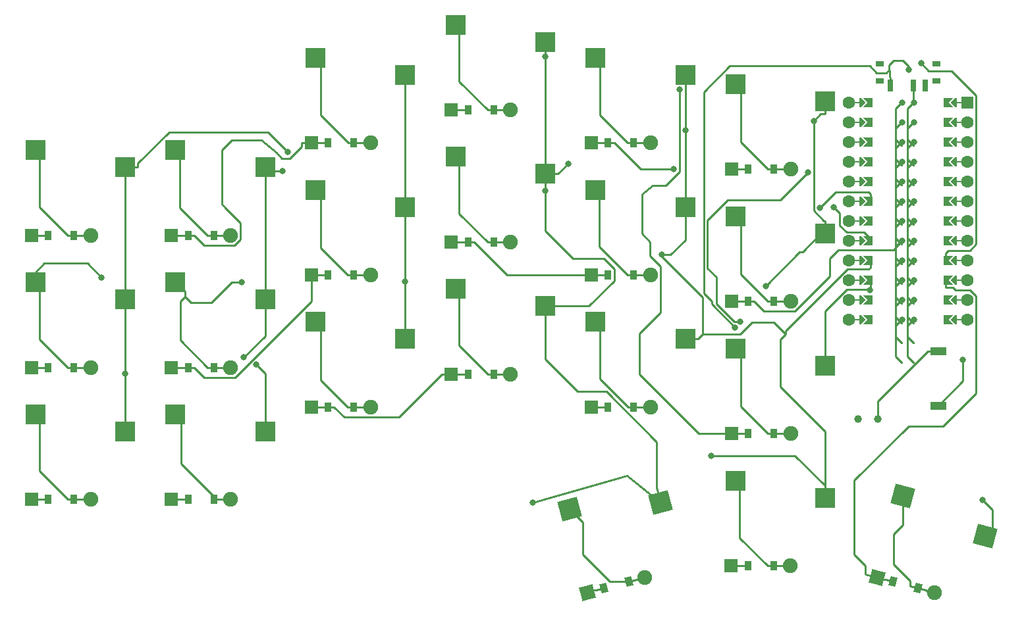
<source format=gbr>
%TF.GenerationSoftware,KiCad,Pcbnew,(6.0.4)*%
%TF.CreationDate,2022-07-03T12:25:36-07:00*%
%TF.ProjectId,danns87_corne_custom,64616e6e-7338-4375-9f63-6f726e655f63,v1.0.0*%
%TF.SameCoordinates,Original*%
%TF.FileFunction,Copper,L2,Bot*%
%TF.FilePolarity,Positive*%
%FSLAX46Y46*%
G04 Gerber Fmt 4.6, Leading zero omitted, Abs format (unit mm)*
G04 Created by KiCad (PCBNEW (6.0.4)) date 2022-07-03 12:25:36*
%MOMM*%
%LPD*%
G01*
G04 APERTURE LIST*
G04 Aperture macros list*
%AMRotRect*
0 Rectangle, with rotation*
0 The origin of the aperture is its center*
0 $1 length*
0 $2 width*
0 $3 Rotation angle, in degrees counterclockwise*
0 Add horizontal line*
21,1,$1,$2,0,0,$3*%
%AMFreePoly0*
4,1,5,0.125000,-0.500000,-0.125000,-0.500000,-0.125000,0.500000,0.125000,0.500000,0.125000,-0.500000,0.125000,-0.500000,$1*%
%AMFreePoly1*
4,1,6,0.600000,0.200000,0.000000,-0.400000,-0.600000,0.200000,-0.600000,0.400000,0.600000,0.400000,0.600000,0.200000,0.600000,0.200000,$1*%
%AMFreePoly2*
4,1,49,0.004773,0.123721,0.009154,0.124665,0.028961,0.117240,0.062500,0.108253,0.068237,0.102516,0.075053,0.099961,0.087617,0.083136,0.108253,0.062500,0.111178,0.051584,0.117161,0.043572,0.118539,0.024114,0.125000,0.000000,0.121239,-0.014035,0.122131,-0.026629,0.113759,-0.041951,0.108253,-0.062500,0.095644,-0.075109,0.088389,-0.088388,-0.641000,-0.817776,-0.641000,-4.770224,
0.088389,-5.499612,0.109852,-5.528356,0.124665,-5.597154,0.099961,-5.663053,0.043572,-5.705161,-0.026629,-5.710131,-0.088388,-5.676389,-0.854388,-4.910388,-0.867707,-4.892552,-0.871189,-4.889530,-0.871982,-4.886826,-0.875852,-4.881644,-0.882331,-4.851549,-0.891000,-4.822000,-0.891000,-0.766000,-0.887805,-0.743969,-0.888131,-0.739371,-0.886780,-0.736898,-0.885852,-0.730498,-0.869151,-0.704632,
-0.854388,-0.677612,-0.088388,0.088389,-0.064606,0.106147,-0.062500,0.108253,-0.061385,0.108552,-0.059644,0.109852,-0.043806,0.113262,0.000000,0.125000,0.004773,0.123721,0.004773,0.123721,$1*%
%AMFreePoly3*
4,1,6,0.600000,-0.250000,-0.600000,-0.250000,-0.600000,1.000000,0.000000,0.400000,0.600000,1.000000,0.600000,-0.250000,0.600000,-0.250000,$1*%
G04 Aperture macros list end*
%TA.AperFunction,ComponentPad*%
%ADD10C,1.000000*%
%TD*%
%TA.AperFunction,ComponentPad*%
%ADD11C,1.905000*%
%TD*%
%TA.AperFunction,SMDPad,CuDef*%
%ADD12R,0.900000X1.200000*%
%TD*%
%TA.AperFunction,ComponentPad*%
%ADD13R,1.778000X1.778000*%
%TD*%
%TA.AperFunction,SMDPad,CuDef*%
%ADD14R,2.600000X2.600000*%
%TD*%
%TA.AperFunction,SMDPad,CuDef*%
%ADD15R,2.000000X1.000000*%
%TD*%
%TA.AperFunction,SMDPad,CuDef*%
%ADD16FreePoly0,270.000000*%
%TD*%
%TA.AperFunction,SMDPad,CuDef*%
%ADD17FreePoly1,90.000000*%
%TD*%
%TA.AperFunction,ComponentPad*%
%ADD18R,1.600000X1.600000*%
%TD*%
%TA.AperFunction,SMDPad,CuDef*%
%ADD19FreePoly1,270.000000*%
%TD*%
%TA.AperFunction,ComponentPad*%
%ADD20C,1.600000*%
%TD*%
%TA.AperFunction,SMDPad,CuDef*%
%ADD21FreePoly0,90.000000*%
%TD*%
%TA.AperFunction,SMDPad,CuDef*%
%ADD22FreePoly2,270.000000*%
%TD*%
%TA.AperFunction,ComponentPad*%
%ADD23C,0.800000*%
%TD*%
%TA.AperFunction,SMDPad,CuDef*%
%ADD24FreePoly3,90.000000*%
%TD*%
%TA.AperFunction,SMDPad,CuDef*%
%ADD25FreePoly3,270.000000*%
%TD*%
%TA.AperFunction,SMDPad,CuDef*%
%ADD26FreePoly2,90.000000*%
%TD*%
%TA.AperFunction,SMDPad,CuDef*%
%ADD27R,1.000000X0.800000*%
%TD*%
%TA.AperFunction,SMDPad,CuDef*%
%ADD28R,0.700000X1.500000*%
%TD*%
%TA.AperFunction,SMDPad,CuDef*%
%ADD29RotRect,0.900000X1.200000X345.000000*%
%TD*%
%TA.AperFunction,ComponentPad*%
%ADD30RotRect,1.778000X1.778000X345.000000*%
%TD*%
%TA.AperFunction,SMDPad,CuDef*%
%ADD31RotRect,0.900000X1.200000X15.000000*%
%TD*%
%TA.AperFunction,ComponentPad*%
%ADD32RotRect,1.778000X1.778000X15.000000*%
%TD*%
%TA.AperFunction,SMDPad,CuDef*%
%ADD33RotRect,2.600000X2.600000X345.000000*%
%TD*%
%TA.AperFunction,SMDPad,CuDef*%
%ADD34RotRect,2.600000X2.600000X15.000000*%
%TD*%
%TA.AperFunction,ViaPad*%
%ADD35C,0.800000*%
%TD*%
%TA.AperFunction,Conductor*%
%ADD36C,0.250000*%
%TD*%
G04 APERTURE END LIST*
D10*
%TO.P,PAD1,1*%
%TO.N,pos*%
X120505000Y5400000D03*
%TO.P,PAD1,2*%
%TO.N,GND*%
X123045000Y5400000D03*
%TD*%
D11*
%TO.P,D10,1*%
%TO.N,middle_bottom*%
X75810000Y11150000D03*
D12*
%TO.N,P6*%
X70350000Y11150000D03*
D13*
%TO.P,D10,2*%
X68190000Y11150000D03*
D12*
%TO.N,middle_bottom*%
X73650000Y11150000D03*
%TD*%
%TO.P,D9,1*%
%TO.N,P4*%
X52350000Y40900000D03*
D11*
%TO.N,ring_top*%
X57810000Y40900000D03*
D13*
%TO.P,D9,2*%
%TO.N,P4*%
X50190000Y40900000D03*
D12*
%TO.N,ring_top*%
X55650000Y40900000D03*
%TD*%
D11*
%TO.P,D7,1*%
%TO.N,ring_bottom*%
X57810000Y6900000D03*
D12*
%TO.N,P6*%
X52350000Y6900000D03*
%TO.P,D7,2*%
%TO.N,ring_bottom*%
X55650000Y6900000D03*
D13*
%TO.N,P6*%
X50190000Y6900000D03*
%TD*%
D12*
%TO.P,D2,1*%
%TO.N,P5*%
X16350000Y12000000D03*
D11*
%TO.N,outer_home*%
X21810000Y12000000D03*
D12*
%TO.P,D2,2*%
X19650000Y12000000D03*
D13*
%TO.N,P5*%
X14190000Y12000000D03*
%TD*%
D12*
%TO.P,D16,1*%
%TO.N,P6*%
X106350000Y3500000D03*
D11*
%TO.N,inner_bottom*%
X111810000Y3500000D03*
D13*
%TO.P,D16,2*%
%TO.N,P6*%
X104190000Y3500000D03*
D12*
%TO.N,inner_bottom*%
X109650000Y3500000D03*
%TD*%
D14*
%TO.P,S2,1*%
%TO.N,outer_home*%
X14725000Y22950000D03*
%TO.P,S2,2*%
%TO.N,P21*%
X26275000Y20750000D03*
%TD*%
D12*
%TO.P,D1,1*%
%TO.N,P6*%
X16350000Y-5000000D03*
D11*
%TO.N,outer_bottom*%
X21810000Y-5000000D03*
D12*
%TO.P,D1,2*%
X19650000Y-5000000D03*
D13*
%TO.N,P6*%
X14190000Y-5000000D03*
%TD*%
D12*
%TO.P,D6,1*%
%TO.N,P4*%
X34350000Y29000000D03*
D11*
%TO.N,pinky_top*%
X39810000Y29000000D03*
D13*
%TO.P,D6,2*%
%TO.N,P4*%
X32190000Y29000000D03*
D12*
%TO.N,pinky_top*%
X37650000Y29000000D03*
%TD*%
D15*
%TO.P,S22,1*%
%TO.N,RST*%
X130810000Y7075000D03*
%TO.P,S22,2*%
%TO.N,GND*%
X130810000Y14075000D03*
%TD*%
D11*
%TO.P,D13,1*%
%TO.N,index_bottom*%
X93810000Y6900000D03*
D12*
%TO.N,P6*%
X88350000Y6900000D03*
D13*
%TO.P,D13,2*%
X86190000Y6900000D03*
D12*
%TO.N,index_bottom*%
X91650000Y6900000D03*
%TD*%
D11*
%TO.P,D4,1*%
%TO.N,pinky_bottom*%
X39810000Y-5000000D03*
D12*
%TO.N,P6*%
X34350000Y-5000000D03*
%TO.P,D4,2*%
%TO.N,pinky_bottom*%
X37650000Y-5000000D03*
D13*
%TO.N,P6*%
X32190000Y-5000000D03*
%TD*%
D16*
%TO.P,MCU1,*%
%TO.N,*%
X133240000Y35910000D03*
X133240000Y43530000D03*
D17*
X121048000Y33370000D03*
D18*
X134510000Y46070000D03*
D19*
X132732000Y30830000D03*
D17*
X121048000Y20670000D03*
X121048000Y25750000D03*
D20*
X119270000Y43530000D03*
X119270000Y33370000D03*
D19*
X132732000Y25750000D03*
D20*
X119270000Y23210000D03*
D21*
X120540000Y23210000D03*
D20*
X134510000Y25750000D03*
D19*
X132732000Y20670000D03*
X132732000Y40990000D03*
D21*
X120540000Y43530000D03*
D20*
X119270000Y25750000D03*
X134510000Y20670000D03*
D21*
X120540000Y46070000D03*
X120540000Y33370000D03*
D17*
X121048000Y43530000D03*
D21*
X120540000Y40990000D03*
D17*
X121048000Y35910000D03*
D20*
X134510000Y28290000D03*
D17*
X121048000Y30830000D03*
D16*
X133240000Y40990000D03*
D20*
X134510000Y18130000D03*
X134510000Y40990000D03*
D21*
X120540000Y20670000D03*
D16*
X133240000Y38450000D03*
D20*
X119270000Y20670000D03*
X134510000Y33370000D03*
D17*
X121048000Y40990000D03*
D21*
X120540000Y28290000D03*
D20*
X119270000Y35910000D03*
D16*
X133240000Y46070000D03*
D20*
X134510000Y23210000D03*
D19*
X132732000Y35910000D03*
X132732000Y46070000D03*
D16*
X133240000Y28290000D03*
D21*
X120540000Y18130000D03*
D20*
X134510000Y30830000D03*
D17*
X121048000Y46070000D03*
D19*
X132732000Y23210000D03*
D20*
X134510000Y46070000D03*
D21*
X120540000Y38450000D03*
D20*
X134510000Y43530000D03*
X119270000Y46070000D03*
D21*
X120540000Y25750000D03*
D17*
X121048000Y23210000D03*
D16*
X133240000Y23210000D03*
D20*
X119270000Y40990000D03*
D17*
X121048000Y28290000D03*
D21*
X120540000Y30830000D03*
D20*
X119270000Y18130000D03*
D17*
X121048000Y18130000D03*
D19*
X132732000Y43530000D03*
D16*
X133240000Y18130000D03*
D21*
X120540000Y35910000D03*
D20*
X134510000Y35910000D03*
D19*
X132732000Y28290000D03*
D20*
X119270000Y28290000D03*
D19*
X132732000Y38450000D03*
D16*
X133240000Y25750000D03*
X133240000Y20670000D03*
D20*
X119270000Y38450000D03*
D19*
X132732000Y33370000D03*
D17*
X121048000Y38450000D03*
D16*
X133240000Y30830000D03*
D20*
X134510000Y38450000D03*
X119270000Y30830000D03*
D16*
X133240000Y33370000D03*
D19*
X132732000Y18130000D03*
D22*
%TO.P,MCU1,1*%
%TO.N,RAW*%
X127652000Y46070000D03*
D23*
X127652000Y46070000D03*
D24*
X122064000Y46070000D03*
D23*
%TO.P,MCU1,2*%
%TO.N,GND*%
X127652000Y43530000D03*
D22*
X127652000Y43530000D03*
D24*
%TO.N,N/C*%
X122064000Y43530000D03*
D22*
%TO.P,MCU1,3*%
%TO.N,RST*%
X127652000Y40990000D03*
D23*
X127652000Y40990000D03*
D24*
X122064000Y40990000D03*
D22*
%TO.P,MCU1,4*%
%TO.N,VCC*%
X127652000Y38450000D03*
D24*
X122064000Y38450000D03*
D23*
X127652000Y38450000D03*
%TO.P,MCU1,5*%
%TO.N,P21*%
X127652000Y35910000D03*
D22*
X127652000Y35910000D03*
D24*
X122064000Y35910000D03*
D23*
%TO.P,MCU1,6*%
%TO.N,P20*%
X127652000Y33370000D03*
D22*
X127652000Y33370000D03*
D24*
X122064000Y33370000D03*
D22*
%TO.P,MCU1,7*%
%TO.N,P19*%
X127652000Y30830000D03*
D24*
X122064000Y30830000D03*
D23*
X127652000Y30830000D03*
%TO.P,MCU1,8*%
%TO.N,P18*%
X127652000Y28290000D03*
D24*
X122064000Y28290000D03*
D22*
X127652000Y28290000D03*
%TO.P,MCU1,9*%
%TO.N,P15*%
X127652000Y25750000D03*
D24*
X122064000Y25750000D03*
D23*
X127652000Y25750000D03*
D24*
%TO.P,MCU1,10*%
%TO.N,P14*%
X122064000Y23210000D03*
D23*
X127652000Y23210000D03*
D22*
X127652000Y23210000D03*
%TO.P,MCU1,11*%
%TO.N,P16*%
X127652000Y20670000D03*
D23*
X127652000Y20670000D03*
D24*
X122064000Y20670000D03*
D22*
%TO.P,MCU1,12*%
%TO.N,P10*%
X127652000Y18130000D03*
D23*
X127652000Y18130000D03*
D24*
X122064000Y18130000D03*
D23*
%TO.P,MCU1,13*%
%TO.N,P9*%
X126128000Y18130000D03*
D25*
X131716000Y18130000D03*
D26*
X126128000Y18130000D03*
D25*
%TO.P,MCU1,14*%
%TO.N,P8*%
X131716000Y20670000D03*
D23*
X126128000Y20670000D03*
D26*
X126128000Y20670000D03*
D23*
%TO.P,MCU1,15*%
%TO.N,P7*%
X126128000Y23210000D03*
D26*
X126128000Y23210000D03*
D25*
X131716000Y23210000D03*
%TO.P,MCU1,16*%
%TO.N,P6*%
X131716000Y25750000D03*
D26*
X126128000Y25750000D03*
D23*
X126128000Y25750000D03*
D25*
%TO.P,MCU1,17*%
%TO.N,P5*%
X131716000Y28290000D03*
D26*
X126128000Y28290000D03*
D23*
X126128000Y28290000D03*
D26*
%TO.P,MCU1,18*%
%TO.N,P4*%
X126128000Y30830000D03*
D23*
X126128000Y30830000D03*
D25*
X131716000Y30830000D03*
%TO.P,MCU1,19*%
%TO.N,P3*%
X131716000Y33370000D03*
D23*
X126128000Y33370000D03*
D26*
X126128000Y33370000D03*
D23*
%TO.P,MCU1,20*%
%TO.N,P2*%
X126128000Y35910000D03*
D25*
X131716000Y35910000D03*
D26*
X126128000Y35910000D03*
D23*
%TO.P,MCU1,21*%
%TO.N,GND*%
X126128000Y38450000D03*
D25*
X131716000Y38450000D03*
D26*
X126128000Y38450000D03*
%TO.P,MCU1,22*%
X126128000Y40990000D03*
D23*
X126128000Y40990000D03*
D25*
X131716000Y40990000D03*
D23*
%TO.P,MCU1,23*%
%TO.N,P0*%
X126128000Y43530000D03*
D25*
X131716000Y43530000D03*
D26*
X126128000Y43530000D03*
%TO.P,MCU1,24*%
%TO.N,P1*%
X126128000Y46070000D03*
D25*
X131716000Y46070000D03*
D23*
X126128000Y46070000D03*
%TD*%
D14*
%TO.P,S1,1*%
%TO.N,outer_bottom*%
X14725000Y5950000D03*
%TO.P,S1,2*%
%TO.N,P21*%
X26275000Y3750000D03*
%TD*%
%TO.P,S5,1*%
%TO.N,pinky_home*%
X32725000Y22950000D03*
%TO.P,S5,2*%
%TO.N,P20*%
X44275000Y20750000D03*
%TD*%
%TO.P,S15,1*%
%TO.N,index_top*%
X86725000Y51850000D03*
%TO.P,S15,2*%
%TO.N,P15*%
X98275000Y49650000D03*
%TD*%
D12*
%TO.P,D14,1*%
%TO.N,P5*%
X88350000Y23900000D03*
D11*
%TO.N,index_home*%
X93810000Y23900000D03*
D12*
%TO.P,D14,2*%
X91650000Y23900000D03*
D13*
%TO.N,P5*%
X86190000Y23900000D03*
%TD*%
D14*
%TO.P,S6,1*%
%TO.N,pinky_top*%
X32725000Y39950000D03*
%TO.P,S6,2*%
%TO.N,P20*%
X44275000Y37750000D03*
%TD*%
%TO.P,S9,1*%
%TO.N,ring_top*%
X50725000Y51850000D03*
%TO.P,S9,2*%
%TO.N,P19*%
X62275000Y49650000D03*
%TD*%
%TO.P,S8,1*%
%TO.N,ring_home*%
X50725000Y34850000D03*
%TO.P,S8,2*%
%TO.N,P19*%
X62275000Y32650000D03*
%TD*%
D12*
%TO.P,D18,1*%
%TO.N,P4*%
X106350000Y37500000D03*
D11*
%TO.N,inner_top*%
X111810000Y37500000D03*
D12*
%TO.P,D18,2*%
X109650000Y37500000D03*
D13*
%TO.N,P4*%
X104190000Y37500000D03*
%TD*%
D14*
%TO.P,S4,1*%
%TO.N,pinky_bottom*%
X32725000Y5950000D03*
%TO.P,S4,2*%
%TO.N,P20*%
X44275000Y3750000D03*
%TD*%
D12*
%TO.P,D8,1*%
%TO.N,P5*%
X52350000Y23900000D03*
D11*
%TO.N,ring_home*%
X57810000Y23900000D03*
D12*
%TO.P,D8,2*%
X55650000Y23900000D03*
D13*
%TO.N,P5*%
X50190000Y23900000D03*
%TD*%
D14*
%TO.P,S18,1*%
%TO.N,inner_top*%
X104725000Y48450000D03*
%TO.P,S18,2*%
%TO.N,P14*%
X116275000Y46250000D03*
%TD*%
%TO.P,S13,1*%
%TO.N,index_bottom*%
X86725000Y17850000D03*
%TO.P,S13,2*%
%TO.N,P15*%
X98275000Y15650000D03*
%TD*%
D12*
%TO.P,D11,1*%
%TO.N,P5*%
X70350000Y28150000D03*
D11*
%TO.N,middle_home*%
X75810000Y28150000D03*
D12*
%TO.P,D11,2*%
X73650000Y28150000D03*
D13*
%TO.N,P5*%
X68190000Y28150000D03*
%TD*%
D14*
%TO.P,S12,1*%
%TO.N,middle_top*%
X68725000Y56100000D03*
%TO.P,S12,2*%
%TO.N,P18*%
X80275000Y53900000D03*
%TD*%
D11*
%TO.P,D3,1*%
%TO.N,outer_top*%
X21810000Y29000000D03*
D12*
%TO.N,P4*%
X16350000Y29000000D03*
D13*
%TO.P,D3,2*%
X14190000Y29000000D03*
D12*
%TO.N,outer_top*%
X19650000Y29000000D03*
%TD*%
D11*
%TO.P,D5,1*%
%TO.N,pinky_home*%
X39810000Y12000000D03*
D12*
%TO.N,P5*%
X34350000Y12000000D03*
D13*
%TO.P,D5,2*%
X32190000Y12000000D03*
D12*
%TO.N,pinky_home*%
X37650000Y12000000D03*
%TD*%
D27*
%TO.P,T1,*%
%TO.N,*%
X123240000Y48895000D03*
X123240000Y51105000D03*
X130540000Y51105000D03*
X130540000Y48895000D03*
D28*
%TO.P,T1,1*%
%TO.N,pos*%
X124640000Y48245000D03*
%TO.P,T1,2*%
%TO.N,RAW*%
X127640000Y48245000D03*
%TO.P,T1,3*%
%TO.N,N/C*%
X129140000Y48245000D03*
%TD*%
D14*
%TO.P,S11,1*%
%TO.N,middle_home*%
X68725000Y39100000D03*
%TO.P,S11,2*%
%TO.N,P18*%
X80275000Y36900000D03*
%TD*%
%TO.P,S10,1*%
%TO.N,middle_bottom*%
X68725000Y22100000D03*
%TO.P,S10,2*%
%TO.N,P18*%
X80275000Y19900000D03*
%TD*%
D11*
%TO.P,D17,1*%
%TO.N,inner_home*%
X111810000Y20500000D03*
D12*
%TO.N,P5*%
X106350000Y20500000D03*
D13*
%TO.P,D17,2*%
X104190000Y20500000D03*
D12*
%TO.N,inner_home*%
X109650000Y20500000D03*
%TD*%
D11*
%TO.P,D20,1*%
%TO.N,home_thumb*%
X111796700Y-13541300D03*
D12*
%TO.N,P7*%
X106336700Y-13541300D03*
D13*
%TO.P,D20,2*%
X104176700Y-13541300D03*
D12*
%TO.N,home_thumb*%
X109636700Y-13541300D03*
%TD*%
D29*
%TO.P,D21,1*%
%TO.N,P7*%
X124992122Y-15562849D03*
D11*
%TO.N,far_thumb*%
X130266077Y-16976001D03*
D30*
%TO.P,D21,2*%
%TO.N,P7*%
X122905723Y-15003799D03*
D29*
%TO.N,far_thumb*%
X128179678Y-16416951D03*
%TD*%
D14*
%TO.P,S7,1*%
%TO.N,ring_bottom*%
X50725000Y17850000D03*
%TO.P,S7,2*%
%TO.N,P19*%
X62275000Y15650000D03*
%TD*%
%TO.P,S17,1*%
%TO.N,inner_home*%
X104725000Y31450000D03*
%TO.P,S17,2*%
%TO.N,P14*%
X116275000Y29250000D03*
%TD*%
D11*
%TO.P,D12,1*%
%TO.N,middle_top*%
X75810000Y45150000D03*
D12*
%TO.N,P4*%
X70350000Y45150000D03*
%TO.P,D12,2*%
%TO.N,middle_top*%
X73650000Y45150000D03*
D13*
%TO.N,P4*%
X68190000Y45150000D03*
%TD*%
D12*
%TO.P,D15,1*%
%TO.N,P4*%
X88350000Y40900000D03*
D11*
%TO.N,index_top*%
X93810000Y40900000D03*
D13*
%TO.P,D15,2*%
%TO.N,P4*%
X86190000Y40900000D03*
D12*
%TO.N,index_top*%
X91650000Y40900000D03*
%TD*%
D14*
%TO.P,S20,1*%
%TO.N,home_thumb*%
X104711700Y-2591300D03*
%TO.P,S20,2*%
%TO.N,P15*%
X116261700Y-4791300D03*
%TD*%
D11*
%TO.P,D19,1*%
%TO.N,near_thumb*%
X93067677Y-15003799D03*
D31*
%TO.N,P7*%
X87793722Y-16416951D03*
D32*
%TO.P,D19,2*%
X85707323Y-16976001D03*
D31*
%TO.N,near_thumb*%
X90981278Y-15562849D03*
%TD*%
D33*
%TO.P,S21,1*%
%TO.N,far_thumb*%
X126256566Y-4565409D03*
%TO.P,S21,2*%
%TO.N,P14*%
X136843608Y-9679806D03*
%TD*%
D14*
%TO.P,S3,1*%
%TO.N,outer_top*%
X14725000Y39950000D03*
%TO.P,S3,2*%
%TO.N,P21*%
X26275000Y37750000D03*
%TD*%
D34*
%TO.P,S19,1*%
%TO.N,near_thumb*%
X83390020Y-6260674D03*
%TO.P,S19,2*%
%TO.N,P18*%
X95115865Y-5396351D03*
%TD*%
D14*
%TO.P,S14,1*%
%TO.N,index_home*%
X86725000Y34850000D03*
%TO.P,S14,2*%
%TO.N,P15*%
X98275000Y32650000D03*
%TD*%
%TO.P,S16,1*%
%TO.N,inner_bottom*%
X104725000Y14450000D03*
%TO.P,S16,2*%
%TO.N,P14*%
X116275000Y12250000D03*
%TD*%
D35*
%TO.N,P21*%
X47159000Y39694100D03*
X26275000Y11196900D03*
%TO.N,P6*%
X97523800Y47736600D03*
X128600600Y51172500D03*
%TO.N,outer_home*%
X23214500Y23577000D03*
%TO.N,P4*%
X96803500Y37500000D03*
%TO.N,P20*%
X46458800Y37288200D03*
X43095300Y12376600D03*
X115536700Y32520900D03*
X41526300Y13282000D03*
%TO.N,pinky_home*%
X41213800Y22950000D03*
%TO.N,P19*%
X62275000Y23052000D03*
%TO.N,P18*%
X80275000Y51993000D03*
X78648278Y-5372650D03*
X83203500Y38224400D03*
X117379700Y32605200D03*
X80275000Y34775000D03*
%TO.N,P15*%
X95250000Y26518900D03*
X98275000Y42527300D03*
X101600000Y635000D03*
%TO.N,P14*%
X108591300Y22497200D03*
X121975600Y21940000D03*
X136525000Y-5080000D03*
X114783300Y43731400D03*
%TO.N,GND*%
X114053800Y37109400D03*
X105369700Y17873400D03*
%TO.N,RST*%
X133985000Y12966400D03*
%TO.N,pos*%
X104665100Y17148100D03*
X127000000Y50299900D03*
%TD*%
D36*
%TO.N,outer_bottom*%
X15240000Y-1365300D02*
X15240000Y5435000D01*
X21810000Y-5000000D02*
X19650000Y-5000000D01*
X18874700Y-5000000D02*
X15240000Y-1365300D01*
X15240000Y5435000D02*
X14725000Y5950000D01*
X19650000Y-5000000D02*
X18874700Y-5000000D01*
%TO.N,P21*%
X26275000Y37750000D02*
X27900300Y37750000D01*
X31894701Y42252301D02*
X44600799Y42252301D01*
X26275000Y11196900D02*
X26275000Y3750000D01*
X44600799Y42252301D02*
X47159000Y39694100D01*
X26275000Y37750000D02*
X26275000Y20750000D01*
X26275000Y20750000D02*
X26275000Y11196900D01*
X27900300Y37750000D02*
X27900300Y38257900D01*
X27900300Y38257900D02*
X31894701Y42252301D01*
%TO.N,P6*%
X94097000Y35443000D02*
X95785000Y35443000D01*
X104190000Y3500000D02*
X100005000Y3500000D01*
X52350000Y6900000D02*
X50190000Y6900000D01*
X52350000Y6900000D02*
X53125300Y6900000D01*
X88350000Y6900000D02*
X86190000Y6900000D01*
X129582800Y50190300D02*
X132514600Y50190300D01*
X68190000Y11150000D02*
X66975700Y11150000D01*
X70350000Y11150000D02*
X68190000Y11150000D01*
X135673100Y27850200D02*
X134896500Y27073600D01*
X132114300Y27073600D02*
X131716000Y26675300D01*
X97529900Y37187900D02*
X97529900Y47730500D01*
X61434800Y5609100D02*
X54416200Y5609100D01*
X95112000Y19092700D02*
X95112000Y24971750D01*
X132514600Y50190300D02*
X135673100Y47031800D01*
X54416200Y5609100D02*
X53125300Y6900000D01*
X34350000Y-5000000D02*
X32190000Y-5000000D01*
X97529900Y47730500D02*
X97523800Y47736600D01*
X66975700Y11150000D02*
X61434800Y5609100D01*
X92418415Y11086585D02*
X92418415Y16399115D01*
X92418415Y16399115D02*
X95112000Y19092700D01*
X134896500Y27073600D02*
X132114300Y27073600D01*
X93763800Y28156200D02*
X92710000Y29210000D01*
X92710000Y34290000D02*
X94097000Y35443000D01*
X16350000Y-5000000D02*
X14190000Y-5000000D01*
X128600600Y51172500D02*
X129582800Y50190300D01*
X131716000Y25750000D02*
X131716000Y26675300D01*
X92710000Y29210000D02*
X92710000Y34290000D01*
X100005000Y3500000D02*
X92418415Y11086585D01*
X135673100Y47031800D02*
X135673100Y27850200D01*
X93763800Y26319950D02*
X93763800Y28156200D01*
X104190000Y3500000D02*
X106350000Y3500000D01*
X95112000Y24971750D02*
X93763800Y26319950D01*
X95785000Y35443000D02*
X97529900Y37187900D01*
%TO.N,outer_home*%
X21391500Y25400000D02*
X23214500Y23577000D01*
X15240000Y15634700D02*
X15240000Y22435000D01*
X21810000Y12000000D02*
X19650000Y12000000D01*
X15240000Y22435000D02*
X14725000Y22950000D01*
X15875000Y25400000D02*
X21391500Y25400000D01*
X19650000Y12000000D02*
X18874700Y12000000D01*
X14725000Y22950000D02*
X14725000Y24250000D01*
X14725000Y24250000D02*
X15875000Y25400000D01*
X18874700Y12000000D02*
X15240000Y15634700D01*
%TO.N,P5*%
X125083729Y27157500D02*
X125083729Y27158479D01*
X106350000Y20500000D02*
X107125300Y20500000D01*
X34350000Y12000000D02*
X32190000Y12000000D01*
X34350000Y12000000D02*
X35125300Y12000000D01*
X116840000Y26035000D02*
X117962500Y27157500D01*
X75375300Y23900000D02*
X71125300Y28150000D01*
X70350000Y28150000D02*
X68190000Y28150000D01*
X50190000Y20545000D02*
X50190000Y23900000D01*
X107125300Y20500000D02*
X108407800Y19217500D01*
X70350000Y28150000D02*
X71125300Y28150000D01*
X104190000Y20500000D02*
X106350000Y20500000D01*
X36413800Y10711500D02*
X40356500Y10711500D01*
X16350000Y12000000D02*
X14190000Y12000000D01*
X35125300Y12000000D02*
X36413800Y10711500D01*
X40356500Y10711500D02*
X50190000Y20545000D01*
X117962500Y27157500D02*
X125083729Y27157500D01*
X112337100Y19217500D02*
X116840000Y23720400D01*
X88350000Y23900000D02*
X86190000Y23900000D01*
X108407800Y19217500D02*
X112337100Y19217500D01*
X86190000Y23900000D02*
X75375300Y23900000D01*
X52350000Y23900000D02*
X50190000Y23900000D01*
X116840000Y23720400D02*
X116840000Y26035000D01*
X125083729Y27158479D02*
X126128000Y28290000D01*
%TO.N,outer_top*%
X15240000Y39435000D02*
X14725000Y39950000D01*
X21810000Y29000000D02*
X19650000Y29000000D01*
X18874700Y29000000D02*
X15240000Y32634700D01*
X19650000Y29000000D02*
X18874700Y29000000D01*
X15240000Y32634700D02*
X15240000Y39435000D01*
%TO.N,P4*%
X16350000Y29000000D02*
X14190000Y29000000D01*
X50190000Y40900000D02*
X48975700Y40900000D01*
X47460300Y38929200D02*
X46415900Y38929200D01*
X34350000Y29000000D02*
X35125300Y29000000D01*
X36448100Y27677200D02*
X35125300Y29000000D01*
X88350000Y40900000D02*
X86190000Y40900000D01*
X40005000Y41275000D02*
X38735000Y40005000D01*
X92525300Y37500000D02*
X96803500Y37500000D01*
X43815000Y41275000D02*
X40005000Y41275000D01*
X89125300Y40900000D02*
X92525300Y37500000D01*
X48975700Y40900000D02*
X48975700Y40444600D01*
X48975700Y40444600D02*
X47460300Y38929200D01*
X41106400Y30572300D02*
X41106400Y28461300D01*
X40322300Y27677200D02*
X36448100Y27677200D01*
X41106400Y28461300D02*
X40322300Y27677200D01*
X46415900Y38929200D02*
X45720800Y39624300D01*
X88350000Y40900000D02*
X89125300Y40900000D01*
X52350000Y40900000D02*
X50190000Y40900000D01*
X39154900Y32523800D02*
X41106400Y30572300D01*
X38735000Y33020000D02*
X39154900Y32523800D01*
X45720800Y39624300D02*
X43815000Y41275000D01*
X106350000Y37500000D02*
X104190000Y37500000D01*
X38735000Y40005000D02*
X38735000Y33020000D01*
X34350000Y29000000D02*
X32190000Y29000000D01*
X70350000Y45150000D02*
X68190000Y45150000D01*
%TO.N,pinky_bottom*%
X33430998Y-412898D02*
X33430998Y5244002D01*
X39810000Y-5000000D02*
X38425200Y-5000000D01*
X33430998Y5244002D02*
X32725000Y5950000D01*
X38425200Y-5000000D02*
X37650000Y-5000000D01*
X38018100Y-5000000D02*
X33430998Y-412898D01*
X38425200Y-5000000D02*
X38018100Y-5000000D01*
%TO.N,P20*%
X117573900Y34558100D02*
X115536700Y32520900D01*
X44275000Y37288200D02*
X46458800Y37288200D01*
X44275000Y37288200D02*
X44275000Y20750000D01*
X44275000Y3750000D02*
X44275000Y11196900D01*
X122064000Y34295300D02*
X121801200Y34558100D01*
X122064000Y33370000D02*
X122064000Y34102000D01*
X44275000Y20750000D02*
X44275000Y16030700D01*
X121801200Y34558100D02*
X117573900Y34558100D01*
X44275000Y16030700D02*
X41526300Y13282000D01*
X44275000Y37750000D02*
X44275000Y37288200D01*
X44275000Y11196900D02*
X43095300Y12376600D01*
X122064000Y34102000D02*
X122064000Y34295300D01*
%TO.N,pinky_home*%
X37650000Y12000000D02*
X36874700Y12000000D01*
X39810000Y12000000D02*
X37650000Y12000000D01*
X33921700Y21088100D02*
X34689800Y20320000D01*
X33921700Y21753300D02*
X32725000Y22950000D01*
X34689800Y20320000D02*
X37369800Y20320000D01*
X39999800Y22950000D02*
X41213800Y22950000D01*
X36874700Y12000000D02*
X33359472Y15515228D01*
X33359472Y20525872D02*
X33921700Y21088100D01*
X33921700Y21088100D02*
X33921700Y21753300D01*
X37369800Y20320000D02*
X39999800Y22950000D01*
X33359472Y15515228D02*
X33359472Y20525872D01*
%TO.N,pinky_top*%
X39810000Y29000000D02*
X37650000Y29000000D01*
X33305470Y39369530D02*
X32725000Y39950000D01*
X37650000Y29000000D02*
X36874700Y29000000D01*
X33305470Y32569230D02*
X33305470Y39369530D01*
X36874700Y29000000D02*
X33305470Y32569230D01*
%TO.N,ring_bottom*%
X51435000Y17140000D02*
X50725000Y17850000D01*
X57810000Y6900000D02*
X55650000Y6900000D01*
X54874700Y6900000D02*
X51435000Y10339700D01*
X51435000Y10339700D02*
X51435000Y17140000D01*
X55650000Y6900000D02*
X54874700Y6900000D01*
%TO.N,P19*%
X62275000Y23052000D02*
X62275000Y15650000D01*
X62275000Y32650000D02*
X62275000Y23052000D01*
X62275000Y49650000D02*
X62275000Y32650000D01*
%TO.N,ring_home*%
X51435000Y34140000D02*
X50725000Y34850000D01*
X55650000Y23900000D02*
X54874700Y23900000D01*
X51435000Y27339700D02*
X51435000Y34140000D01*
X57810000Y23900000D02*
X55650000Y23900000D01*
X54874700Y23900000D02*
X51435000Y27339700D01*
%TO.N,ring_top*%
X54985000Y40900000D02*
X51435000Y44450000D01*
X57810000Y40900000D02*
X56425200Y40900000D01*
X51435000Y51140000D02*
X50725000Y51850000D01*
X56425200Y40900000D02*
X55650000Y40900000D01*
X51435000Y44450000D02*
X51435000Y51140000D01*
X56425200Y40900000D02*
X54985000Y40900000D01*
%TO.N,middle_bottom*%
X73650000Y11150000D02*
X72874700Y11150000D01*
X75810000Y11150000D02*
X73650000Y11150000D01*
X69215000Y21610000D02*
X68725000Y22100000D01*
X69215000Y14809700D02*
X69215000Y21610000D01*
X72874700Y11150000D02*
X69215000Y14809700D01*
%TO.N,P18*%
X81900300Y36921200D02*
X81900300Y36900000D01*
X87768400Y26035000D02*
X89125400Y24678000D01*
X94582500Y-3405700D02*
X94582500Y2409100D01*
X90805000Y-1905000D02*
X78648278Y-5372650D01*
X118144600Y30278900D02*
X118144600Y31840300D01*
X121226300Y29415400D02*
X122064000Y28577700D01*
X95115900Y-5396400D02*
X94582500Y-3405700D01*
X80275000Y36900000D02*
X81900300Y36900000D01*
X122064000Y28577700D02*
X122064000Y28290000D01*
X121226300Y29415400D02*
X119008100Y29415400D01*
X83203500Y38224400D02*
X81900300Y36921200D01*
X89125400Y23160300D02*
X85865100Y19900000D01*
X80275000Y29580000D02*
X83820000Y26035000D01*
X83820000Y26035000D02*
X87768400Y26035000D01*
X85865100Y19900000D02*
X80275000Y19900000D01*
X80275000Y53900000D02*
X80275000Y51993000D01*
X80275000Y34775000D02*
X80275000Y29580000D01*
X89125400Y24678000D02*
X89125400Y23160300D01*
X84455000Y8890000D02*
X80275000Y13070000D01*
X94582500Y2409100D02*
X88101600Y8890000D01*
X80275000Y13070000D02*
X80275000Y19900000D01*
X80275000Y36900000D02*
X80275000Y34775000D01*
X88101600Y8890000D02*
X84455000Y8890000D01*
X118144600Y31840300D02*
X117379700Y32605200D01*
X119008100Y29415400D02*
X118144600Y30278900D01*
X95115865Y-5396351D02*
X90805000Y-1905000D01*
X80275000Y51993000D02*
X80275000Y36900000D01*
%TO.N,middle_home*%
X75810000Y28150000D02*
X73650000Y28150000D01*
X73650000Y28150000D02*
X72874700Y28150000D01*
X72874700Y28150000D02*
X69215000Y31809700D01*
X69215000Y38610000D02*
X68725000Y39100000D01*
X69215000Y31809700D02*
X69215000Y38610000D01*
%TO.N,middle_top*%
X73650000Y45150000D02*
X72874700Y45150000D01*
X72874700Y45150000D02*
X69215000Y48809700D01*
X73650000Y45150000D02*
X75810000Y45150000D01*
X69215000Y48809700D02*
X69215000Y55610000D01*
X69215000Y55610000D02*
X68725000Y56100000D01*
%TO.N,index_bottom*%
X87317404Y10558661D02*
X87317404Y17257596D01*
X87317404Y17257596D02*
X86725000Y17850000D01*
X93810000Y6900000D02*
X91650000Y6900000D01*
X91650000Y6900000D02*
X90976065Y6900000D01*
X90976065Y6900000D02*
X87317404Y10558661D01*
%TO.N,P15*%
X111164200Y16282500D02*
X109666700Y17780000D01*
X95250000Y26300882D02*
X100532800Y21018082D01*
X100532800Y21018082D02*
X100532800Y16282500D01*
X112395000Y635000D02*
X116261700Y-3231700D01*
X110490000Y15608300D02*
X111164200Y16282500D01*
X98275000Y15650000D02*
X99900300Y15650000D01*
X116261700Y-3231700D02*
X116261700Y-4791300D01*
X121863900Y24624600D02*
X120290800Y24624600D01*
X122064000Y24824700D02*
X121863900Y24624600D01*
X98275000Y49650000D02*
X98275000Y42527300D01*
X111164200Y16695700D02*
X119093100Y24624600D01*
X116261700Y-4791300D02*
X116261700Y3760000D01*
X95250000Y26518900D02*
X95250000Y26300882D01*
X98275000Y42527300D02*
X98275000Y32650000D01*
X98275000Y28425000D02*
X96368900Y26518900D01*
X119093100Y24624600D02*
X120290800Y24624600D01*
X110490000Y9531700D02*
X110490000Y15608300D01*
X106818307Y17780000D02*
X105320807Y16282500D01*
X122064000Y25750000D02*
X122064000Y24824700D01*
X100532800Y16282500D02*
X99900300Y15650000D01*
X109666700Y17780000D02*
X106818307Y17780000D01*
X116261700Y3760000D02*
X110490000Y9531700D01*
X111164200Y16282500D02*
X111164200Y16695700D01*
X105320807Y16282500D02*
X100532800Y16282500D01*
X98275000Y32650000D02*
X98275000Y28425000D01*
X96368900Y26518900D02*
X95250000Y26518900D01*
X101600000Y635000D02*
X112395000Y635000D01*
%TO.N,index_home*%
X90874700Y23900000D02*
X87219883Y27554817D01*
X87219883Y34355117D02*
X86725000Y34850000D01*
X91650000Y23900000D02*
X90874700Y23900000D01*
X87219883Y27554817D02*
X87219883Y34355117D01*
X93810000Y23900000D02*
X91650000Y23900000D01*
%TO.N,index_top*%
X90874700Y40900000D02*
X87328293Y44446407D01*
X93810000Y40900000D02*
X91650000Y40900000D01*
X91650000Y40900000D02*
X90874700Y40900000D01*
X87328293Y44446407D02*
X87328293Y51246707D01*
X87328293Y51246707D02*
X86725000Y51850000D01*
%TO.N,inner_bottom*%
X111810000Y3500000D02*
X109650000Y3500000D01*
X104725000Y14450000D02*
X105410000Y13765000D01*
X105410000Y13765000D02*
X105410000Y6985000D01*
X105410000Y6985000D02*
X108895000Y3500000D01*
X108895000Y3500000D02*
X109650000Y3500000D01*
%TO.N,P14*%
X116086200Y30875300D02*
X116275000Y30875300D01*
X115676600Y44624700D02*
X114783300Y43731400D01*
X116275000Y29793400D02*
X113374600Y26893000D01*
X121975600Y21940000D02*
X121860000Y22055600D01*
X116275000Y46250000D02*
X116275000Y44624700D01*
X114783300Y32178200D02*
X116086200Y30875300D01*
X116275000Y19279000D02*
X119051600Y22055600D01*
X116275000Y30062700D02*
X116275000Y30875300D01*
X116275000Y12250000D02*
X116275000Y19279000D01*
X116275000Y29250000D02*
X116275000Y29793400D01*
X119051600Y22055600D02*
X121860000Y22055600D01*
X121860000Y22055600D02*
X121860000Y22080700D01*
X121860000Y22080700D02*
X122064000Y22284700D01*
X116275000Y44624700D02*
X115676600Y44624700D01*
X112987100Y26893000D02*
X108591300Y22497200D01*
X137795000Y-8728414D02*
X136843608Y-9679806D01*
X136525000Y-5080000D02*
X137795000Y-6350000D01*
X113374600Y26893000D02*
X112987100Y26893000D01*
X122064000Y23210000D02*
X122064000Y22284700D01*
X114783300Y43731400D02*
X114783300Y32178200D01*
X137795000Y-6350000D02*
X137795000Y-8728414D01*
X116275000Y30062700D02*
X116275000Y29793400D01*
%TO.N,inner_home*%
X111810000Y20500000D02*
X109650000Y20500000D01*
X105410000Y23964700D02*
X105410000Y30765000D01*
X105410000Y30765000D02*
X104725000Y31450000D01*
X108874700Y20500000D02*
X105410000Y23964700D01*
X109650000Y20500000D02*
X108874700Y20500000D01*
%TO.N,inner_top*%
X105410000Y40964700D02*
X105410000Y47765000D01*
X108874700Y37500000D02*
X105410000Y40964700D01*
X105410000Y47765000D02*
X104725000Y48450000D01*
X111810000Y37500000D02*
X109650000Y37500000D01*
X109650000Y37500000D02*
X108874700Y37500000D01*
%TO.N,near_thumb*%
X83390000Y-6260700D02*
X85090000Y-7960700D01*
X85090000Y-12065000D02*
X88587849Y-15562849D01*
X85090000Y-7960700D02*
X85090000Y-12065000D01*
X90981278Y-15562849D02*
X93067677Y-15003799D01*
X88587849Y-15562849D02*
X90981278Y-15562849D01*
%TO.N,P7*%
X86001500Y-16681800D02*
X85707300Y-16976000D01*
X131445000Y4445000D02*
X127000000Y4445000D01*
X135654800Y8654800D02*
X131445000Y4445000D01*
X132641300Y22284700D02*
X132986000Y21940000D01*
X87793700Y-16417000D02*
X86805300Y-16681800D01*
X121418400Y-13516500D02*
X121418400Y-14605300D01*
X122905700Y-15003800D02*
X123199900Y-15298000D01*
X127000000Y4445000D02*
X120015000Y-2540000D01*
X121418400Y-14605300D02*
X122905700Y-15003800D01*
X124003700Y-15298000D02*
X124992100Y-15562800D01*
X120015000Y-2540000D02*
X120015000Y-12113100D01*
X134913800Y21940000D02*
X135654800Y21199000D01*
X131716000Y23210000D02*
X131716000Y22284700D01*
X131716000Y22284700D02*
X132641300Y22284700D01*
X132986000Y21940000D02*
X134913800Y21940000D01*
X135654800Y21199000D02*
X135654800Y8654800D01*
X120015000Y-12113100D02*
X121418400Y-13516500D01*
X86805300Y-16681800D02*
X86001500Y-16681800D01*
X123199900Y-15298000D02*
X124003700Y-15298000D01*
X106336700Y-13541300D02*
X104176700Y-13541300D01*
%TO.N,home_thumb*%
X108861400Y-13541300D02*
X105280758Y-9960658D01*
X105280758Y-3160358D02*
X104711700Y-2591300D01*
X105280758Y-9960658D02*
X105280758Y-3160358D01*
X109636700Y-13541300D02*
X108861400Y-13541300D01*
X111796700Y-13541300D02*
X109636700Y-13541300D01*
%TO.N,far_thumb*%
X127191200Y-16152100D02*
X128179700Y-16417000D01*
X129168100Y-16681900D02*
X129462200Y-16976000D01*
X125095000Y-9445250D02*
X125095000Y-13332300D01*
X127191200Y-15428500D02*
X127191200Y-16152100D01*
X129462200Y-16976000D02*
X130266100Y-16976000D01*
X125095000Y-13332300D02*
X127191200Y-15428500D01*
X129168100Y-16681800D02*
X129168100Y-16681900D01*
X126256600Y-8283650D02*
X125095000Y-9445250D01*
X128179700Y-16417000D02*
X129168100Y-16681800D01*
X126256600Y-4565400D02*
X126256600Y-8283650D01*
%TO.N,RAW*%
X127640000Y46082000D02*
X127652000Y46070000D01*
X127640000Y48245000D02*
X127640000Y46082000D01*
%TO.N,GND*%
X130615800Y14075000D02*
X129484700Y14075000D01*
X101124100Y24774100D02*
X101124100Y30949700D01*
X123045000Y7635300D02*
X129484700Y14075000D01*
X103747600Y33573200D02*
X110517600Y33573200D01*
X102275000Y20175100D02*
X102275000Y23623200D01*
X123045000Y5400000D02*
X123045000Y7635300D01*
X102275000Y23623200D02*
X101124100Y24774100D01*
X110517600Y33573200D02*
X114053800Y37109400D01*
X101124100Y30949700D02*
X103747600Y33573200D01*
X104576700Y17873400D02*
X102275000Y20175100D01*
X130615800Y14075000D02*
X130810000Y14075000D01*
X105369700Y17873400D02*
X104576700Y17873400D01*
%TO.N,RST*%
X133985000Y10250000D02*
X130810000Y7075000D01*
X133985000Y12966400D02*
X133985000Y10250000D01*
%TO.N,pos*%
X124640000Y49320300D02*
X124544000Y49416300D01*
X124496900Y50306300D02*
X124102007Y49911407D01*
X125055443Y51473536D02*
X124496900Y50914993D01*
X124544000Y49416300D02*
X124544000Y50259200D01*
X103995900Y50800000D02*
X100673800Y47477900D01*
X127000000Y50299900D02*
X127000000Y50725936D01*
X124640000Y48245000D02*
X124640000Y49320300D01*
X101665600Y20521000D02*
X101665600Y20147600D01*
X100673800Y21512800D02*
X101665600Y20521000D01*
X122884571Y49911407D02*
X121995978Y50800000D01*
X124496900Y50914993D02*
X124496900Y50306300D01*
X127000000Y50725936D02*
X126252400Y51473536D01*
X124102007Y49911407D02*
X122884571Y49911407D01*
X126252400Y51473536D02*
X125055443Y51473536D01*
X101665600Y20147600D02*
X104665100Y17148100D01*
X100673800Y47477900D02*
X100673800Y21512800D01*
X124544000Y50259200D02*
X124496900Y50306300D01*
X121995978Y50800000D02*
X103995900Y50800000D01*
%TD*%
M02*

</source>
